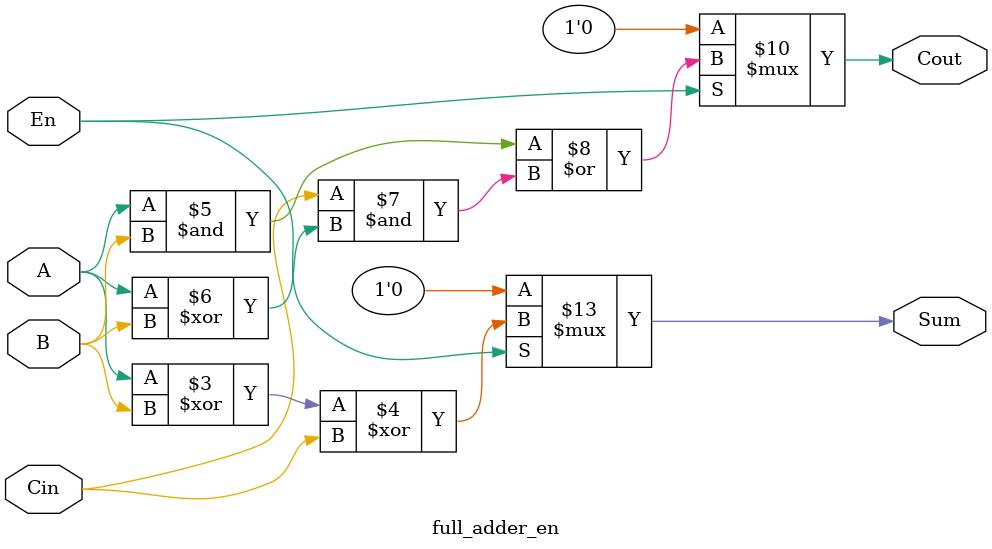
<source format=v>
module full_adder_en (
    input A,
    input B,
    input Cin,
    input En,
    output reg Sum,
    output reg Cout
);

always @(A or B or Cin or En) begin
    if (En == 1'b1) begin
        Sum  <= A ^ B ^ Cin;
        Cout <= (A & B) | (Cin & (A ^ B));
    end else begin
        Sum  <= 1'b0;
        Cout <= 1'b0;
    end
end

endmodule
</source>
